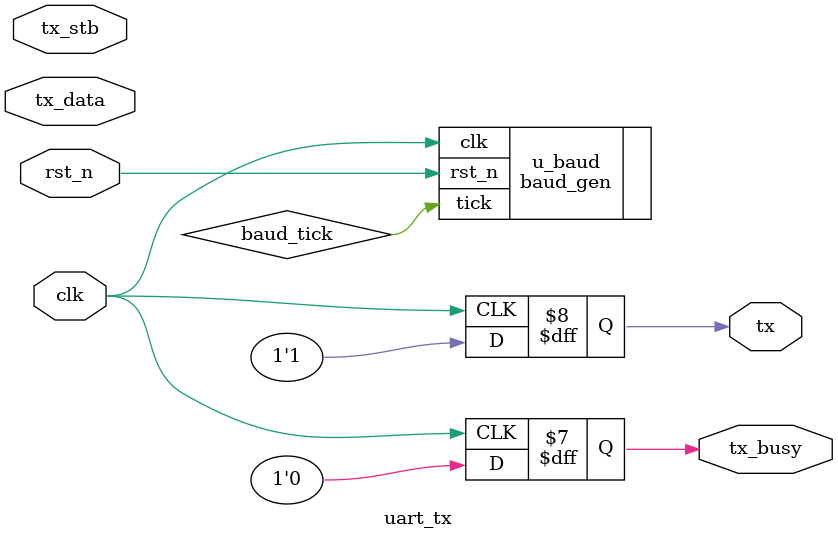
<source format=v>
module uart_tx #(
    parameter CLK_HZ  = 50_000_000,
    parameter BAUD_HZ = 115_200
)(
    input  wire clk,
    input  wire rst_n,         // active-low sync reset
    // transmit interface
    input  wire       tx_stb,  // strobe: request to send 'tx_data'
    input  wire [7:0] tx_data, // byte to send
    output reg        tx_busy, // high while sending (stub: always 0 for now)
    // serial line
    output reg        tx       // UART line (idle high)
);
    // Hook up baud tick for future use (unused in Week 2)
    wire baud_tick;
    baud_gen #(.CLK_HZ(CLK_HZ), .BAUD_HZ(BAUD_HZ)) u_baud (
        .clk   (clk),
        .rst_n (rst_n),
        .tick  (baud_tick)
    );

    always @(posedge clk) begin
        if (!rst_n) begin
            tx      <= 1'b1; // idle high
            tx_busy <= 1'b0;
        end else begin
            tx      <= 1'b1; // still idle in Week 2
            tx_busy <= 1'b0;
            // Week 3: implement FSM that uses baud_tick to shift start, data[7:0], stop
        end
    end
endmodule

</source>
